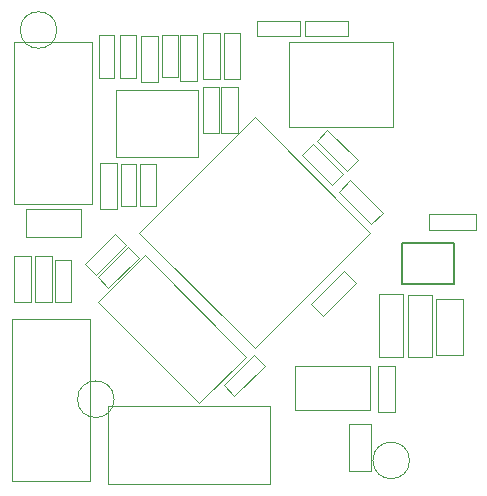
<source format=gbr>
G04 #@! TF.FileFunction,Other,User*
%FSLAX46Y46*%
G04 Gerber Fmt 4.6, Leading zero omitted, Abs format (unit mm)*
G04 Created by KiCad (PCBNEW 4.0.4-stable) date 06/04/17 23:31:50*
%MOMM*%
%LPD*%
G01*
G04 APERTURE LIST*
%ADD10C,0.100000*%
%ADD11C,0.050000*%
%ADD12C,0.200000*%
G04 APERTURE END LIST*
D10*
D11*
X46100000Y-196060000D02*
G75*
G03X46100000Y-196060000I-1550000J0D01*
G01*
X16240000Y-159620000D02*
G75*
G03X16240000Y-159620000I-1550000J0D01*
G01*
X21090000Y-190880000D02*
G75*
G03X21090000Y-190880000I-1550000J0D01*
G01*
X42755214Y-176763680D02*
X32997140Y-167005606D01*
X32997140Y-186521754D02*
X23239066Y-176763680D01*
X42755214Y-176763680D02*
X32997140Y-186521754D01*
X32997140Y-167005606D02*
X23239066Y-176763680D01*
X47980000Y-187345000D02*
X45980000Y-187345000D01*
X45980000Y-187345000D02*
X45980000Y-182045000D01*
X45980000Y-182045000D02*
X47980000Y-182045000D01*
X47980000Y-182045000D02*
X47980000Y-187345000D01*
X28315685Y-191225483D02*
X32275483Y-187265685D01*
X32275483Y-187265685D02*
X23719491Y-178709693D01*
X23719491Y-178709693D02*
X19759693Y-182669491D01*
X19759693Y-182669491D02*
X28315685Y-191225483D01*
D12*
X45492500Y-177625000D02*
X49827500Y-177625000D01*
X45492500Y-181125000D02*
X45492500Y-177625000D01*
X49827500Y-181125000D02*
X45492500Y-181125000D01*
X49827500Y-177625000D02*
X49827500Y-181125000D01*
D11*
X50620000Y-182405000D02*
X50620000Y-187105000D01*
X50620000Y-187105000D02*
X48320000Y-187105000D01*
X48320000Y-187105000D02*
X48320000Y-182405000D01*
X50620000Y-182405000D02*
X48320000Y-182405000D01*
X16126840Y-182678240D02*
X16126840Y-179078240D01*
X16126840Y-182678240D02*
X17426840Y-182678240D01*
X17426840Y-179078240D02*
X16126840Y-179078240D01*
X17426840Y-179078240D02*
X17426840Y-182678240D01*
X30363028Y-189682493D02*
X32908613Y-187136908D01*
X30363028Y-189682493D02*
X31282267Y-190601732D01*
X33827852Y-188056147D02*
X32908613Y-187136908D01*
X33827852Y-188056147D02*
X31282267Y-190601732D01*
X37289000Y-158846000D02*
X40889000Y-158846000D01*
X37289000Y-158846000D02*
X37289000Y-160146000D01*
X40889000Y-160146000D02*
X40889000Y-158846000D01*
X40889000Y-160146000D02*
X37289000Y-160146000D01*
X23157412Y-178886827D02*
X20611827Y-181432412D01*
X23157412Y-178886827D02*
X22238173Y-177967588D01*
X19692588Y-180513173D02*
X20611827Y-181432412D01*
X19692588Y-180513173D02*
X22238173Y-177967588D01*
X33225000Y-158846000D02*
X36825000Y-158846000D01*
X33225000Y-158846000D02*
X33225000Y-160146000D01*
X36825000Y-160146000D02*
X36825000Y-158846000D01*
X36825000Y-160146000D02*
X33225000Y-160146000D01*
X18617588Y-179463173D02*
X21163173Y-176917588D01*
X18617588Y-179463173D02*
X19536827Y-180382412D01*
X22082412Y-177836827D02*
X21163173Y-176917588D01*
X22082412Y-177836827D02*
X19536827Y-180382412D01*
X37954987Y-169284348D02*
X40500572Y-171829933D01*
X37954987Y-169284348D02*
X37035748Y-170203587D01*
X39581333Y-172749172D02*
X40500572Y-171829933D01*
X39581333Y-172749172D02*
X37035748Y-170203587D01*
X39154987Y-168084348D02*
X41700572Y-170629933D01*
X39154987Y-168084348D02*
X38235748Y-169003587D01*
X40781333Y-171549172D02*
X41700572Y-170629933D01*
X40781333Y-171549172D02*
X38235748Y-169003587D01*
X22970000Y-170935000D02*
X22970000Y-174535000D01*
X22970000Y-170935000D02*
X21670000Y-170935000D01*
X21670000Y-174535000D02*
X22970000Y-174535000D01*
X21670000Y-174535000D02*
X21670000Y-170935000D01*
X21625000Y-163675000D02*
X21625000Y-160075000D01*
X21625000Y-163675000D02*
X22925000Y-163675000D01*
X22925000Y-160075000D02*
X21625000Y-160075000D01*
X22925000Y-160075000D02*
X22925000Y-163675000D01*
X19775000Y-163650000D02*
X19775000Y-160050000D01*
X19775000Y-163650000D02*
X21075000Y-163650000D01*
X21075000Y-160050000D02*
X19775000Y-160050000D01*
X21075000Y-160050000D02*
X21075000Y-163650000D01*
X41099045Y-172314096D02*
X43863833Y-175078883D01*
X41099045Y-172314096D02*
X40109096Y-173304045D01*
X42873883Y-176068833D02*
X43863833Y-175078883D01*
X42873883Y-176068833D02*
X40109096Y-173304045D01*
X37787256Y-182807715D02*
X40552043Y-180042927D01*
X37787256Y-182807715D02*
X38777205Y-183797664D01*
X41541993Y-181032877D02*
X40552043Y-180042927D01*
X41541993Y-181032877D02*
X38777205Y-183797664D01*
X43470000Y-191945000D02*
X43470000Y-188035000D01*
X43470000Y-191945000D02*
X44870000Y-191945000D01*
X44870000Y-188035000D02*
X43470000Y-188035000D01*
X44870000Y-188035000D02*
X44870000Y-191945000D01*
X26668160Y-163926760D02*
X26668160Y-160016760D01*
X26668160Y-163926760D02*
X28068160Y-163926760D01*
X28068160Y-160016760D02*
X26668160Y-160016760D01*
X28068160Y-160016760D02*
X28068160Y-163926760D01*
X12646840Y-182678240D02*
X12646840Y-178768240D01*
X12646840Y-182678240D02*
X14046840Y-182678240D01*
X14046840Y-178768240D02*
X12646840Y-178768240D01*
X14046840Y-178768240D02*
X14046840Y-182678240D01*
X15796840Y-178758240D02*
X15796840Y-182668240D01*
X15796840Y-178758240D02*
X14396840Y-178758240D01*
X14396840Y-182668240D02*
X15796840Y-182668240D01*
X14396840Y-182668240D02*
X14396840Y-178758240D01*
X19900000Y-174795000D02*
X19900000Y-170885000D01*
X19900000Y-174795000D02*
X21300000Y-174795000D01*
X21300000Y-170885000D02*
X19900000Y-170885000D01*
X21300000Y-170885000D02*
X21300000Y-174795000D01*
X24768160Y-160106760D02*
X24768160Y-164016760D01*
X24768160Y-160106760D02*
X23368160Y-160106760D01*
X23368160Y-164016760D02*
X24768160Y-164016760D01*
X23368160Y-164016760D02*
X23368160Y-160106760D01*
X28575000Y-168360000D02*
X28575000Y-164450000D01*
X28575000Y-168360000D02*
X29975000Y-168360000D01*
X29975000Y-164450000D02*
X28575000Y-164450000D01*
X29975000Y-164450000D02*
X29975000Y-168360000D01*
X30161000Y-168365560D02*
X30161000Y-164455560D01*
X30161000Y-168365560D02*
X31561000Y-168365560D01*
X31561000Y-164455560D02*
X30161000Y-164455560D01*
X31561000Y-164455560D02*
X31561000Y-168365560D01*
X31768160Y-159856760D02*
X31768160Y-163766760D01*
X31768160Y-159856760D02*
X30368160Y-159856760D01*
X30368160Y-163766760D02*
X31768160Y-163766760D01*
X30368160Y-163766760D02*
X30368160Y-159856760D01*
X28618160Y-163776760D02*
X28618160Y-159866760D01*
X28618160Y-163776760D02*
X30018160Y-163776760D01*
X30018160Y-159866760D02*
X28618160Y-159866760D01*
X30018160Y-159866760D02*
X30018160Y-163776760D01*
X21274360Y-164736660D02*
X21274360Y-170386660D01*
X28174360Y-164736660D02*
X28174360Y-170386660D01*
X21274360Y-164736660D02*
X28174360Y-164736660D01*
X21274360Y-170386660D02*
X28174360Y-170386660D01*
X25168160Y-163616760D02*
X25168160Y-160016760D01*
X25168160Y-163616760D02*
X26468160Y-163616760D01*
X26468160Y-160016760D02*
X25168160Y-160016760D01*
X26468160Y-160016760D02*
X26468160Y-163616760D01*
X24610000Y-170945000D02*
X24610000Y-174545000D01*
X24610000Y-170945000D02*
X23310000Y-170945000D01*
X23310000Y-174545000D02*
X24610000Y-174545000D01*
X23310000Y-174545000D02*
X23310000Y-170945000D01*
X45540000Y-187295000D02*
X43540000Y-187295000D01*
X43540000Y-187295000D02*
X43540000Y-181995000D01*
X43540000Y-181995000D02*
X45540000Y-181995000D01*
X45540000Y-181995000D02*
X45540000Y-187295000D01*
X18330000Y-177105000D02*
X13630000Y-177105000D01*
X13630000Y-177105000D02*
X13630000Y-174805000D01*
X13630000Y-174805000D02*
X18330000Y-174805000D01*
X18330000Y-177105000D02*
X18330000Y-174805000D01*
X44702180Y-160671960D02*
X35902180Y-160671960D01*
X44702180Y-167871960D02*
X44702180Y-160671960D01*
X35902180Y-167871960D02*
X44702180Y-167871960D01*
X35902180Y-160671960D02*
X35902180Y-167871960D01*
X42860000Y-192955000D02*
X42860000Y-196955000D01*
X42860000Y-196955000D02*
X40960000Y-196955000D01*
X40960000Y-192955000D02*
X40960000Y-196955000D01*
X42860000Y-192955000D02*
X40960000Y-192955000D01*
X42780000Y-191755000D02*
X42780000Y-188055000D01*
X36380000Y-191755000D02*
X36380000Y-188055000D01*
X42780000Y-191755000D02*
X36380000Y-191755000D01*
X42780000Y-188055000D02*
X36380000Y-188055000D01*
X12438000Y-197773000D02*
X12438000Y-184057000D01*
X19042000Y-197773000D02*
X12438000Y-197773000D01*
X19042000Y-184057000D02*
X19042000Y-197773000D01*
X12438000Y-184057000D02*
X19042000Y-184057000D01*
X12638000Y-174383000D02*
X12638000Y-160667000D01*
X19242000Y-174383000D02*
X12638000Y-174383000D01*
X19242000Y-160667000D02*
X19242000Y-174383000D01*
X12638000Y-160667000D02*
X19242000Y-160667000D01*
X20562000Y-191443000D02*
X34278000Y-191443000D01*
X20562000Y-198047000D02*
X20562000Y-191443000D01*
X34278000Y-198047000D02*
X20562000Y-198047000D01*
X34278000Y-191443000D02*
X34278000Y-198047000D01*
X47780000Y-175180000D02*
X51690000Y-175180000D01*
X47780000Y-175180000D02*
X47780000Y-176580000D01*
X51690000Y-176580000D02*
X51690000Y-175180000D01*
X51690000Y-176580000D02*
X47780000Y-176580000D01*
M02*

</source>
